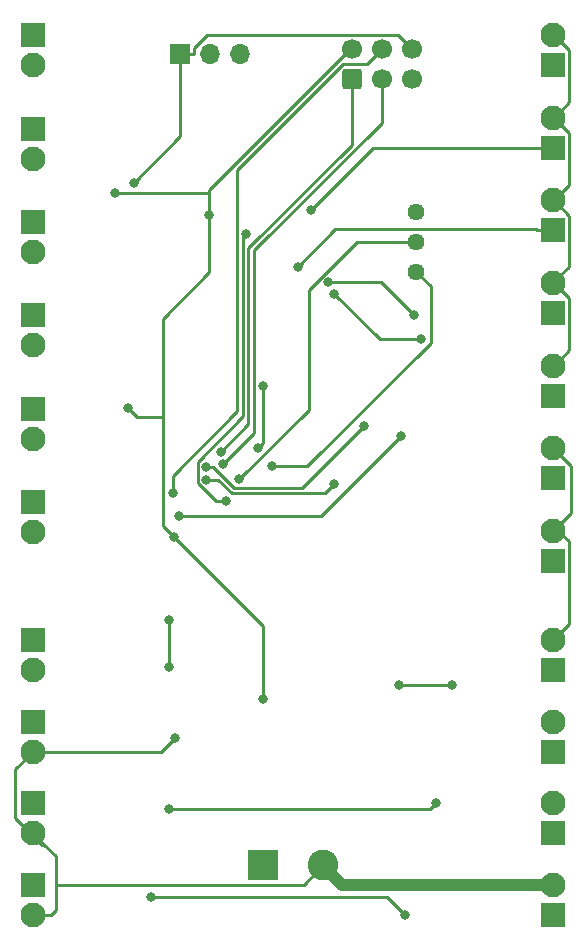
<source format=gbr>
%TF.GenerationSoftware,KiCad,Pcbnew,6.0.8-f2edbf62ab~116~ubuntu20.04.1*%
%TF.CreationDate,2022-10-06T23:30:32+02:00*%
%TF.ProjectId,mc unit,6d632075-6e69-4742-9e6b-696361645f70,rev?*%
%TF.SameCoordinates,Original*%
%TF.FileFunction,Copper,L2,Bot*%
%TF.FilePolarity,Positive*%
%FSLAX46Y46*%
G04 Gerber Fmt 4.6, Leading zero omitted, Abs format (unit mm)*
G04 Created by KiCad (PCBNEW 6.0.8-f2edbf62ab~116~ubuntu20.04.1) date 2022-10-06 23:30:32*
%MOMM*%
%LPD*%
G01*
G04 APERTURE LIST*
G04 Aperture macros list*
%AMRoundRect*
0 Rectangle with rounded corners*
0 $1 Rounding radius*
0 $2 $3 $4 $5 $6 $7 $8 $9 X,Y pos of 4 corners*
0 Add a 4 corners polygon primitive as box body*
4,1,4,$2,$3,$4,$5,$6,$7,$8,$9,$2,$3,0*
0 Add four circle primitives for the rounded corners*
1,1,$1+$1,$2,$3*
1,1,$1+$1,$4,$5*
1,1,$1+$1,$6,$7*
1,1,$1+$1,$8,$9*
0 Add four rect primitives between the rounded corners*
20,1,$1+$1,$2,$3,$4,$5,0*
20,1,$1+$1,$4,$5,$6,$7,0*
20,1,$1+$1,$6,$7,$8,$9,0*
20,1,$1+$1,$8,$9,$2,$3,0*%
G04 Aperture macros list end*
%TA.AperFunction,ComponentPad*%
%ADD10R,2.100000X2.100000*%
%TD*%
%TA.AperFunction,ComponentPad*%
%ADD11C,2.100000*%
%TD*%
%TA.AperFunction,ComponentPad*%
%ADD12R,2.600000X2.600000*%
%TD*%
%TA.AperFunction,ComponentPad*%
%ADD13C,2.600000*%
%TD*%
%TA.AperFunction,ComponentPad*%
%ADD14C,1.440000*%
%TD*%
%TA.AperFunction,ComponentPad*%
%ADD15RoundRect,0.250000X0.600000X-0.600000X0.600000X0.600000X-0.600000X0.600000X-0.600000X-0.600000X0*%
%TD*%
%TA.AperFunction,ComponentPad*%
%ADD16C,1.700000*%
%TD*%
%TA.AperFunction,ComponentPad*%
%ADD17R,1.700000X1.700000*%
%TD*%
%TA.AperFunction,ComponentPad*%
%ADD18O,1.700000X1.700000*%
%TD*%
%TA.AperFunction,ViaPad*%
%ADD19C,0.800000*%
%TD*%
%TA.AperFunction,Conductor*%
%ADD20C,0.250000*%
%TD*%
%TA.AperFunction,Conductor*%
%ADD21C,1.000000*%
%TD*%
G04 APERTURE END LIST*
D10*
%TO.P,J29,1,Pin_1*%
%TO.N,Net-(J29-Pad1)*%
X78500000Y-183000000D03*
D11*
%TO.P,J29,2,Pin_2*%
%TO.N,12 IN*%
X78500000Y-180460000D03*
%TD*%
D12*
%TO.P,J1,1,Pin_1*%
%TO.N,GND*%
X53955000Y-178805000D03*
D13*
%TO.P,J1,2,Pin_2*%
%TO.N,12 IN*%
X59035000Y-178805000D03*
%TD*%
D10*
%TO.P,J8,1,Pin_1*%
%TO.N,Net-(J8-Pad1)*%
X34500000Y-124328900D03*
D11*
%TO.P,J8,2,Pin_2*%
%TO.N,Net-(C5-Pad1)*%
X34500000Y-126868900D03*
%TD*%
D14*
%TO.P,RV1,1,1*%
%TO.N,+5V*%
X66925000Y-123475000D03*
%TO.P,RV1,2,2*%
%TO.N,aref*%
X66925000Y-126015000D03*
%TO.P,RV1,3,3*%
%TO.N,GND*%
X66925000Y-128555000D03*
%TD*%
D10*
%TO.P,J4,1,Pin_1*%
%TO.N,I3*%
X34500000Y-173550000D03*
D11*
%TO.P,J4,2,Pin_2*%
%TO.N,12 IN*%
X34500000Y-176090000D03*
%TD*%
D15*
%TO.P,J12,1,MISO*%
%TO.N,MISO*%
X61455000Y-112252500D03*
D16*
%TO.P,J12,2,VCC*%
%TO.N,+5V*%
X61455000Y-109712500D03*
%TO.P,J12,3,SCK*%
%TO.N,SCK*%
X63995000Y-112252500D03*
%TO.P,J12,4,MOSI*%
%TO.N,MOSI*%
X63995000Y-109712500D03*
%TO.P,J12,5,~{RST}*%
%TO.N,RST*%
X66535000Y-112252500D03*
%TO.P,J12,6,GND*%
%TO.N,GND*%
X66535000Y-109712500D03*
%TD*%
D10*
%TO.P,J10,1,Pin_1*%
%TO.N,Net-(J10-Pad1)*%
X34500000Y-140157800D03*
D11*
%TO.P,J10,2,Pin_2*%
%TO.N,Net-(C7-Pad1)*%
X34500000Y-142697800D03*
%TD*%
D10*
%TO.P,J9,1,Pin_1*%
%TO.N,Net-(J9-Pad1)*%
X34500000Y-132243300D03*
D11*
%TO.P,J9,2,Pin_2*%
%TO.N,Net-(C6-Pad1)*%
X34500000Y-134783300D03*
%TD*%
D10*
%TO.P,J6,1,Pin_1*%
%TO.N,Net-(J6-Pad1)*%
X34500000Y-108500000D03*
D11*
%TO.P,J6,2,Pin_2*%
%TO.N,Net-(C3-Pad1)*%
X34500000Y-111040000D03*
%TD*%
D10*
%TO.P,J27,1,Pin_1*%
%TO.N,Net-(J27-Pad1)*%
X78500000Y-169180000D03*
D11*
%TO.P,J27,2,Pin_2*%
%TO.N,12 IN*%
X78500000Y-166640000D03*
%TD*%
D10*
%TO.P,J17,1,Pin_1*%
%TO.N,B1 Shunt*%
X78500000Y-118040000D03*
D11*
%TO.P,J17,2,Pin_2*%
%TO.N,12 IN*%
X78500000Y-115500000D03*
%TD*%
D10*
%TO.P,J7,1,Pin_1*%
%TO.N,Net-(J7-Pad1)*%
X34500000Y-116414400D03*
D11*
%TO.P,J7,2,Pin_2*%
%TO.N,Net-(C4-Pad1)*%
X34500000Y-118954400D03*
%TD*%
D10*
%TO.P,J18,1,Pin_1*%
%TO.N,B2 shunt*%
X78500000Y-125033300D03*
D11*
%TO.P,J18,2,Pin_2*%
%TO.N,12 IN*%
X78500000Y-122493300D03*
%TD*%
D10*
%TO.P,J5,1,Pin_1*%
%TO.N,I4*%
X34500000Y-180460000D03*
D11*
%TO.P,J5,2,Pin_2*%
%TO.N,12 IN*%
X34500000Y-183000000D03*
%TD*%
D10*
%TO.P,J26,1,Pin_1*%
%TO.N,Net-(Q1-Pad3)*%
X78500000Y-162270000D03*
D11*
%TO.P,J26,2,Pin_2*%
%TO.N,12 IN*%
X78500000Y-159730000D03*
%TD*%
D10*
%TO.P,J2,1,Pin_1*%
%TO.N,I1*%
X34500000Y-159730000D03*
D11*
%TO.P,J2,2,Pin_2*%
%TO.N,12 IN*%
X34500000Y-162270000D03*
%TD*%
D10*
%TO.P,J20,1,Pin_1*%
%TO.N,neutral Ledc*%
X78500000Y-139020000D03*
D11*
%TO.P,J20,2,Pin_2*%
%TO.N,12 IN*%
X78500000Y-136480000D03*
%TD*%
D10*
%TO.P,J28,1,Pin_1*%
%TO.N,Net-(Q3-Pad3)*%
X78500000Y-176090000D03*
D11*
%TO.P,J28,2,Pin_2*%
%TO.N,12 IN*%
X78500000Y-173550000D03*
%TD*%
D10*
%TO.P,J16,1,Pin_1*%
%TO.N,Fuel LEDc*%
X78500000Y-111000000D03*
D11*
%TO.P,J16,2,Pin_2*%
%TO.N,12 IN*%
X78500000Y-108460000D03*
%TD*%
D17*
%TO.P,J24,1,Pin_1*%
%TO.N,GND*%
X46950000Y-110125000D03*
D18*
%TO.P,J24,2,Pin_2*%
%TO.N,TXD*%
X49490000Y-110125000D03*
%TO.P,J24,3,Pin_3*%
%TO.N,RXD*%
X52030000Y-110125000D03*
%TD*%
D10*
%TO.P,J21,1,Pin_1*%
%TO.N,Turn Ledc*%
X78500000Y-146013300D03*
D11*
%TO.P,J21,2,Pin_2*%
%TO.N,12 IN*%
X78500000Y-143473300D03*
%TD*%
D10*
%TO.P,J22,1,Pin_1*%
%TO.N,General c*%
X78500000Y-153000000D03*
D11*
%TO.P,J22,2,Pin_2*%
%TO.N,12 IN*%
X78500000Y-150460000D03*
%TD*%
D10*
%TO.P,J3,1,Pin_1*%
%TO.N,I2*%
X34500000Y-166640000D03*
D11*
%TO.P,J3,2,Pin_2*%
%TO.N,12 IN*%
X34500000Y-169180000D03*
%TD*%
D10*
%TO.P,J11,1,Pin_1*%
%TO.N,Net-(J11-Pad1)*%
X34500000Y-148072200D03*
D11*
%TO.P,J11,2,Pin_2*%
%TO.N,Net-(C8-Pad1)*%
X34500000Y-150612200D03*
%TD*%
D10*
%TO.P,J19,1,Pin_1*%
%TO.N,Oil Ledc*%
X78500000Y-132026700D03*
D11*
%TO.P,J19,2,Pin_2*%
%TO.N,12 IN*%
X78500000Y-129486700D03*
%TD*%
D19*
%TO.N,GND*%
X43000000Y-121000000D03*
%TO.N,Net-(Q4-Pad1)*%
X66000000Y-183000000D03*
X44500000Y-181500000D03*
%TO.N,Net-(Q3-Pad1)*%
X68599500Y-173500000D03*
X46000000Y-174000000D03*
%TO.N,GND*%
X46000000Y-158000000D03*
X46000000Y-162000000D03*
%TO.N,Net-(Q2-Pad1)*%
X65500000Y-163500000D03*
X70000000Y-163500000D03*
%TO.N,+5V*%
X41412500Y-121884200D03*
X49402000Y-123721300D03*
X42512700Y-140100200D03*
X46402500Y-150959400D03*
X53986900Y-164756200D03*
%TO.N,12 IN*%
X46500000Y-168000000D03*
%TO.N,B2 shunt*%
X56882000Y-128097100D03*
%TO.N,B1 Shunt*%
X58000000Y-123297200D03*
%TO.N,GND*%
X54764200Y-145000000D03*
%TO.N,/Blink 1 out*%
X46855300Y-149186600D03*
X65614200Y-142458600D03*
%TO.N,/Blink 2 out*%
X49154200Y-146139600D03*
X59966700Y-146531200D03*
%TO.N,Blink 1 ctrl*%
X52509900Y-125362200D03*
X50800000Y-147983100D03*
%TO.N,Blink 2 ctrl*%
X53500000Y-143500000D03*
X53971500Y-138209800D03*
%TO.N,Turn Sig 2c*%
X66745400Y-132209300D03*
X59489800Y-129445300D03*
%TO.N,Turn Sig 1c*%
X60003200Y-130387200D03*
X67371200Y-134243800D03*
%TO.N,/Fuel LED out*%
X62493600Y-141613700D03*
X49154200Y-145099000D03*
%TO.N,MISO*%
X50389800Y-143761800D03*
%TO.N,MOSI*%
X46326000Y-147233700D03*
%TO.N,SCK*%
X50613700Y-144782300D03*
%TO.N,aref*%
X51956000Y-146107700D03*
%TD*%
D20*
%TO.N,GND*%
X43000000Y-121000000D02*
X46950000Y-117050000D01*
X46950000Y-117050000D02*
X46950000Y-110125000D01*
%TO.N,Net-(Q4-Pad1)*%
X64500000Y-181500000D02*
X66000000Y-183000000D01*
X44500000Y-181500000D02*
X64500000Y-181500000D01*
%TO.N,Net-(Q3-Pad1)*%
X46000000Y-174000000D02*
X68099500Y-174000000D01*
X68099500Y-174000000D02*
X68599500Y-173500000D01*
%TO.N,GND*%
X46000000Y-162000000D02*
X46000000Y-158000000D01*
%TO.N,Net-(Q2-Pad1)*%
X65500000Y-163500000D02*
X70000000Y-163500000D01*
D21*
%TO.N,12 IN*%
X78500000Y-180460000D02*
X60690000Y-180460000D01*
X60690000Y-180460000D02*
X59035000Y-178805000D01*
D20*
X79875000Y-158355000D02*
X78500000Y-159730000D01*
%TO.N,+5V*%
X45481000Y-150037900D02*
X46402500Y-150959400D01*
X49402000Y-128598000D02*
X49402000Y-123721300D01*
X49402000Y-121646200D02*
X61335700Y-109712500D01*
X45481000Y-132519000D02*
X49402000Y-128598000D01*
X45481000Y-140876200D02*
X43288700Y-140876200D01*
X45481000Y-140876200D02*
X45481000Y-132519000D01*
X61335700Y-109712500D02*
X61455000Y-109712500D01*
X53986900Y-158543800D02*
X46402500Y-150959400D01*
X49402000Y-123721300D02*
X49402000Y-121884200D01*
X49402000Y-121884200D02*
X49402000Y-121646200D01*
X53986900Y-164756200D02*
X53986900Y-158543800D01*
X43288700Y-140876200D02*
X42512700Y-140100200D01*
X49402000Y-121884200D02*
X41412500Y-121884200D01*
X45481000Y-140876200D02*
X45481000Y-150037900D01*
%TO.N,12 IN*%
X78586100Y-136480000D02*
X78500000Y-136480000D01*
X79875000Y-151375000D02*
X78960000Y-150460000D01*
X78520200Y-143473400D02*
X78500000Y-143473400D01*
X36430400Y-182554524D02*
X35984924Y-183000000D01*
X36430400Y-180430400D02*
X36430400Y-178569600D01*
X78960000Y-150460000D02*
X78500000Y-150460000D01*
X79875400Y-128111300D02*
X78539500Y-129447200D01*
X78500000Y-150460000D02*
X80000000Y-148960000D01*
X79875400Y-109749300D02*
X79875400Y-114210700D01*
X46500000Y-168000000D02*
X45320000Y-169180000D01*
X79875400Y-135190700D02*
X78586100Y-136480000D01*
X36430400Y-178020400D02*
X36430400Y-178569600D01*
X78586100Y-122493300D02*
X79875400Y-123782600D01*
X57409600Y-180430400D02*
X36430400Y-180430400D01*
X79875400Y-114210700D02*
X78586100Y-115500000D01*
X45320000Y-169180000D02*
X34500000Y-169180000D01*
X79875400Y-130783200D02*
X79875400Y-135190700D01*
X35455000Y-177045000D02*
X36430400Y-178020400D01*
X80000000Y-144953200D02*
X78520200Y-143473400D01*
X78539500Y-129447200D02*
X79875400Y-130783200D01*
X79875000Y-158355000D02*
X79875000Y-151375000D01*
X78539500Y-129447200D02*
X78500000Y-129486700D01*
X79875400Y-121204000D02*
X78586100Y-122493300D01*
X36430400Y-180430400D02*
X36430400Y-182554524D01*
X78586100Y-108460000D02*
X79875400Y-109749300D01*
X35984924Y-183000000D02*
X34500000Y-183000000D01*
X59035000Y-178805000D02*
X57409600Y-180430400D01*
X78500000Y-143473400D02*
X78500000Y-143473300D01*
X79875400Y-123782600D02*
X79875400Y-128111300D01*
X35455000Y-177045000D02*
X35245000Y-177045000D01*
X80000000Y-148960000D02*
X80000000Y-144953200D01*
X33000000Y-174800000D02*
X33000000Y-170680000D01*
X78500000Y-115500000D02*
X78586100Y-115500000D01*
X78500000Y-108460000D02*
X78586100Y-108460000D01*
X33000000Y-170680000D02*
X34500000Y-169180000D01*
X78586100Y-115500000D02*
X79875400Y-116789300D01*
X35245000Y-177045000D02*
X33000000Y-174800000D01*
X78500000Y-122493300D02*
X78586100Y-122493300D01*
X79875400Y-116789300D02*
X79875400Y-121204000D01*
X34500000Y-176090000D02*
X35455000Y-177045000D01*
%TO.N,B2 shunt*%
X60017900Y-124961200D02*
X77052600Y-124961200D01*
X77052600Y-124961200D02*
X77124700Y-125033300D01*
X56882000Y-128097100D02*
X60017900Y-124961200D01*
X78500000Y-125033300D02*
X77124700Y-125033300D01*
%TO.N,B1 Shunt*%
X63257200Y-118040000D02*
X78500000Y-118040000D01*
X58000000Y-123297200D02*
X63257200Y-118040000D01*
%TO.N,GND*%
X65348500Y-108526000D02*
X66535000Y-109712500D01*
X47545200Y-110125000D02*
X46950000Y-110125000D01*
X47545200Y-110125000D02*
X48140300Y-110125000D01*
X49218500Y-108526000D02*
X65348500Y-108526000D01*
X48140300Y-110125000D02*
X48140300Y-109604200D01*
X66925000Y-128555000D02*
X68147600Y-129777600D01*
X68147600Y-134543100D02*
X57690700Y-145000000D01*
X68147600Y-129777600D02*
X68147600Y-134543100D01*
X48140300Y-109604200D02*
X49218500Y-108526000D01*
X57690700Y-145000000D02*
X54764200Y-145000000D01*
%TO.N,/Blink 1 out*%
X58886200Y-149186600D02*
X46855300Y-149186600D01*
X65614200Y-142458600D02*
X58886200Y-149186600D01*
%TO.N,/Blink 2 out*%
X50171500Y-146139600D02*
X49154200Y-146139600D01*
X59207300Y-147290600D02*
X51322500Y-147290600D01*
X59966700Y-146531200D02*
X59207300Y-147290600D01*
X51322500Y-147290600D02*
X50171500Y-146139600D01*
%TO.N,Blink 1 ctrl*%
X52249300Y-140796600D02*
X52249300Y-125622800D01*
X52249300Y-125622800D02*
X52509900Y-125362200D01*
X50800000Y-147983000D02*
X49960600Y-147983000D01*
X48428500Y-144617400D02*
X52249300Y-140796600D01*
X50800000Y-147983100D02*
X50800000Y-147983000D01*
X49960600Y-147983000D02*
X48428500Y-146450900D01*
X48428500Y-146450900D02*
X48428500Y-144617400D01*
%TO.N,Blink 2 ctrl*%
X53971500Y-143028500D02*
X53500000Y-143500000D01*
X53971500Y-138209800D02*
X53971500Y-143028500D01*
%TO.N,Turn Sig 2c*%
X63981400Y-129445300D02*
X66745400Y-132209300D01*
X59489800Y-129445300D02*
X63981400Y-129445300D01*
%TO.N,Turn Sig 1c*%
X63859800Y-134243800D02*
X60003200Y-130387200D01*
X67371200Y-134243800D02*
X63859800Y-134243800D01*
%TO.N,/Fuel LED out*%
X62493600Y-141613700D02*
X57267100Y-146840200D01*
X51509000Y-146840200D02*
X49767800Y-145099000D01*
X57267100Y-146840200D02*
X51509000Y-146840200D01*
X49767800Y-145099000D02*
X49154200Y-145099000D01*
%TO.N,MISO*%
X61455000Y-117786100D02*
X52699700Y-126541400D01*
X52699700Y-141451900D02*
X50389800Y-143761800D01*
X52699700Y-126541400D02*
X52699700Y-141451900D01*
X61455000Y-112252500D02*
X61455000Y-117786100D01*
%TO.N,MOSI*%
X46326000Y-145807000D02*
X46326000Y-147233700D01*
X51784600Y-140348400D02*
X46326000Y-145807000D01*
X62778400Y-110929100D02*
X60756000Y-110929100D01*
X63995000Y-109712500D02*
X62778400Y-110929100D01*
X51784600Y-119900500D02*
X51784600Y-140348400D01*
X60756000Y-110929100D02*
X51784600Y-119900500D01*
%TO.N,SCK*%
X63995000Y-115959800D02*
X53221000Y-126733800D01*
X63995000Y-112252500D02*
X63995000Y-115959800D01*
X53221000Y-142175000D02*
X50613700Y-144782300D01*
X53221000Y-126733800D02*
X53221000Y-142175000D01*
%TO.N,aref*%
X66925000Y-126015000D02*
X61894400Y-126015000D01*
X61894400Y-126015000D02*
X57857600Y-130051800D01*
X57857600Y-140206100D02*
X51956000Y-146107700D01*
X57857600Y-130051800D02*
X57857600Y-140206100D01*
%TD*%
M02*

</source>
